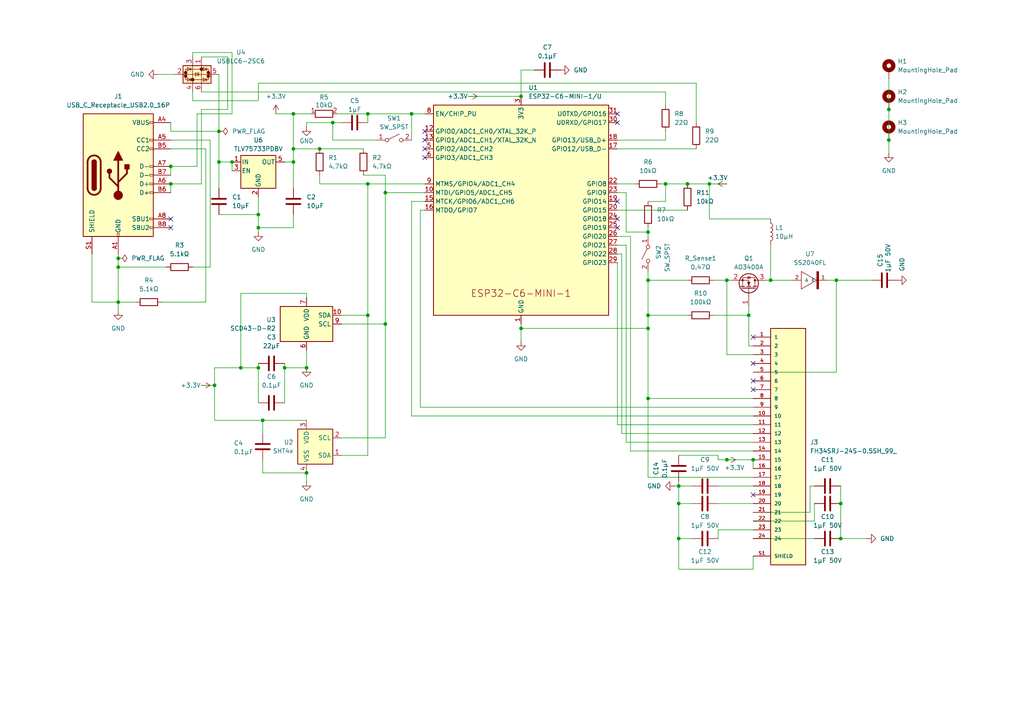
<source format=kicad_sch>
(kicad_sch (version 20250114) (generator "eeschema") (generator_version "9.0")
  (paper "A4")
  (lib_symbols
    (symbol "Connector:USB_C_Receptacle_USB2.0_16P" (pin_names (offset 1.016))
      (property "Reference" "J" (at 0 22.225 0))
      (property "Value" "USB_C_Receptacle_USB2.0_16P" (at 0 19.685 0))
      (symbol "USB_C_Receptacle_USB2.0_16P_1_1"
        (pin passive line (at -7.62 -22.86 90) (length 5.08) (name "SHIELD") (number "S1"))
        (pin passive line (at 0 -22.86 90) (length 5.08) (name "GND") (number "A1"))
        (pin passive line (at 0 -22.86 90) (length 5.08) (hide yes) (name "GND") (number "A12"))
        (pin passive line (at 0 -22.86 90) (length 5.08) (hide yes) (name "GND") (number "B1"))
        (pin passive line (at 0 -22.86 90) (length 5.08) (hide yes) (name "GND") (number "B12"))
        (pin passive line (at 15.24 15.24 180) (length 5.08) (name "VBUS") (number "A4"))
        (pin passive line (at 15.24 15.24 180) (length 5.08) (hide yes) (name "VBUS") (number "A9"))
        (pin passive line (at 15.24 15.24 180) (length 5.08) (hide yes) (name "VBUS") (number "B4"))
        (pin passive line (at 15.24 15.24 180) (length 5.08) (hide yes) (name "VBUS") (number "B9"))
        (pin bidirectional line (at 15.24 10.16 180) (length 5.08) (name "CC1") (number "A5"))
        (pin bidirectional line (at 15.24 7.62 180) (length 5.08) (name "CC2") (number "B5"))
        (pin bidirectional line (at 15.24 2.54 180) (length 5.08) (name "D-") (number "A7"))
        (pin bidirectional line (at 15.24 0 180) (length 5.08) (name "D-") (number "B7"))
        (pin bidirectional line (at 15.24 -2.54 180) (length 5.08) (name "D+") (number "A6"))
        (pin bidirectional line (at 15.24 -5.08 180) (length 5.08) (name "D+") (number "B6"))
        (pin bidirectional line (at 15.24 -12.7 180) (length 5.08) (name "SBU1") (number "A8"))
        (pin bidirectional line (at 15.24 -15.24 180) (length 5.08) (name "SBU2") (number "B8"))
      )
    )
    (symbol "Device:C" (pin_numbers (hide yes)) (pin_names (offset 0.254))
      (property "Reference" "C" (at 0.635 2.54 0))
      (property "Value" "C" (at 0.635 -2.54 0))
      (symbol "C_1_1"
        (pin passive line (at 0 3.81 270) (length 2.794) (name "~") (number "1"))
        (pin passive line (at 0 -3.81 90) (length 2.794) (name "~") (number "2"))
      )
    )
    (symbol "Device:L" (pin_numbers (hide yes)) (pin_names (offset 1.016) (hide yes))
      (property "Reference" "L" (at -1.27 0 90))
      (property "Value" "L" (at 1.905 0 90))
      (symbol "L_1_1"
        (pin passive line (at 0 3.81 270) (length 1.27) (name "1") (number "1"))
        (pin passive line (at 0 -3.81 90) (length 1.27) (name "2") (number "2"))
      )
    )
    (symbol "Device:R" (pin_numbers (hide yes)) (pin_names (offset 0))
      (property "Reference" "R" (at 2.032 0 90))
      (property "Value" "R" (at 0 0 90))
      (symbol "R_1_1"
        (pin passive line (at 0 3.81 270) (length 1.27) (name "~") (number "1"))
        (pin passive line (at 0 -3.81 90) (length 1.27) (name "~") (number "2"))
      )
    )
    (symbol "FH34SRJ-24S-0.5SH_99_:FH34SRJ-24S-0.5SH_99_" (pin_names (offset 1.016))
      (property "Reference" "J" (at -5.08 33.528 0))
      (property "Value" "FH34SRJ-24S-0.5SH_99_" (at -5.08 -38.1 0))
      (symbol "FH34SRJ-24S-0.5SH_99__0_0"
        (pin passive line (at -10.16 30.48 0) (length 5.08) (name "1") (number "1"))
        (pin passive line (at -10.16 27.94 0) (length 5.08) (name "2") (number "2"))
        (pin passive line (at -10.16 25.4 0) (length 5.08) (name "3") (number "3"))
        (pin passive line (at -10.16 22.86 0) (length 5.08) (name "4") (number "4"))
        (pin passive line (at -10.16 20.32 0) (length 5.08) (name "5") (number "5"))
        (pin passive line (at -10.16 17.78 0) (length 5.08) (name "6") (number "6"))
        (pin passive line (at -10.16 15.24 0) (length 5.08) (name "7") (number "7"))
        (pin passive line (at -10.16 12.7 0) (length 5.08) (name "8") (number "8"))
        (pin passive line (at -10.16 10.16 0) (length 5.08) (name "9") (number "9"))
        (pin passive line (at -10.16 7.62 0) (length 5.08) (name "10") (number "10"))
        (pin passive line (at -10.16 5.08 0) (length 5.08) (name "11") (number "11"))
        (pin passive line (at -10.16 2.54 0) (length 5.08) (name "12") (number "12"))
        (pin passive line (at -10.16 0 0) (length 5.08) (name "13") (number "13"))
        (pin passive line (at -10.16 -2.54 0) (length 5.08) (name "14") (number "14"))
        (pin passive line (at -10.16 -5.08 0) (length 5.08) (name "15") (number "15"))
        (pin passive line (at -10.16 -7.62 0) (length 5.08) (name "16") (number "16"))
        (pin passive line (at -10.16 -10.16 0) (length 5.08) (name "17") (number "17"))
        (pin passive line (at -10.16 -12.7 0) (length 5.08) (name "18") (number "18"))
        (pin passive line (at -10.16 -15.24 0) (length 5.08) (name "19") (number "19"))
        (pin passive line (at -10.16 -17.78 0) (length 5.08) (name "20") (number "20"))
        (pin passive line (at -10.16 -20.32 0) (length 5.08) (name "21") (number "21"))
        (pin passive line (at -10.16 -22.86 0) (length 5.08) (name "22") (number "22"))
        (pin passive line (at -10.16 -25.4 0) (length 5.08) (name "23") (number "23"))
        (pin passive line (at -10.16 -27.94 0) (length 5.08) (name "24") (number "24"))
        (pin passive line (at -10.16 -33.02 0) (length 5.08) (name "SHIELD") (number "S1"))
        (pin passive line (at -10.16 -33.02 0) (length 5.08) (hide yes) (name "SHIELD") (number "S2"))
      )
    )
    (symbol "Mechanical:MountingHole_Pad" (pin_numbers (hide yes)) (pin_names (offset 1.016) (hide yes)) (in_bom no)
      (property "Reference" "H" (at 0 6.35 0))
      (property "Value" "MountingHole_Pad" (at 0 4.445 0))
      (symbol "MountingHole_Pad_1_1"
        (pin input line (at 0 -2.54 90) (length 2.54) (name "1") (number "1"))
      )
    )
    (symbol "PCM_Espressif:ESP32-C6-MINI-1/U"
      (property "Reference" "U" (at -25.4 35.56 0))
      (property "Value" "ESP32-C6-MINI-1/U" (at -25.4 33.02 0))
      (symbol "ESP32-C6-MINI-1/U_0_0"
        (text "ESP32-C6-MINI-1" (at 0 -24.13 0) (effects (font (size 2 2))))
      )
      (symbol "ESP32-C6-MINI-1/U_1_1"
        (pin input line (at -27.94 27.94 0) (length 2.54) (name "EN/CHIP_PU") (number "8"))
        (pin bidirectional line (at -27.94 22.86 0) (length 2.54) (name "GPIO0/ADC1_CH0/XTAL_32K_P") (number "12"))
        (pin bidirectional line (at -27.94 20.32 0) (length 2.54) (name "GPIO1/ADC1_CH1/XTAL_32K_N") (number "13"))
        (pin bidirectional line (at -27.94 17.78 0) (length 2.54) (name "GPIO2/ADC1_CH2") (number "5"))
        (pin bidirectional line (at -27.94 15.24 0) (length 2.54) (name "GPIO3/ADC1_CH3") (number "6"))
        (pin bidirectional line (at -27.94 7.62 0) (length 2.54) (name "MTMS/GPIO4/ADC1_CH4") (number "9"))
        (pin bidirectional line (at -27.94 5.08 0) (length 2.54) (name "MTDI/GPIO5/ADC1_CH5") (number "10"))
        (pin bidirectional line (at -27.94 2.54 0) (length 2.54) (name "MTCK/GPIO6/ADC1_CH6") (number "15"))
        (pin bidirectional line (at -27.94 0 0) (length 2.54) (name "MTDO/GPIO7") (number "16"))
        (pin no_connect line (at -25.4 -5.08 0) (length 2.54) (hide yes) (name "NC") (number "4"))
        (pin no_connect line (at -25.4 -7.62 0) (length 2.54) (hide yes) (name "NC") (number "7"))
        (pin no_connect line (at -25.4 -10.16 0) (length 2.54) (hide yes) (name "NC") (number "21"))
        (pin no_connect line (at -25.4 -12.7 0) (length 2.54) (hide yes) (name "NC") (number "32"))
        (pin no_connect line (at -25.4 -15.24 0) (length 2.54) (hide yes) (name "NC") (number "33"))
        (pin no_connect line (at -25.4 -17.78 0) (length 2.54) (hide yes) (name "NC") (number "34"))
        (pin no_connect line (at -25.4 -20.32 0) (length 2.54) (hide yes) (name "NC") (number "35"))
        (pin power_in line (at 0 33.02 270) (length 2.54) (name "3V3") (number "3"))
        (pin power_in line (at 0 -33.02 90) (length 2.54) (name "GND") (number "1"))
        (pin passive line (at 0 -33.02 90) (length 2.54) (hide yes) (name "GND") (number "11"))
        (pin passive line (at 0 -33.02 90) (length 2.54) (hide yes) (name "GND") (number "14"))
        (pin passive line (at 0 -33.02 90) (length 2.54) (hide yes) (name "GND") (number "2"))
        (pin passive line (at 0 -33.02 90) (length 2.54) (hide yes) (name "GND") (number "36"))
        (pin passive line (at 0 -33.02 90) (length 2.54) (hide yes) (name "GND") (number "37"))
        (pin passive line (at 0 -33.02 90) (length 2.54) (hide yes) (name "GND") (number "38"))
        (pin passive line (at 0 -33.02 90) (length 2.54) (hide yes) (name "GND") (number "39"))
        (pin passive line (at 0 -33.02 90) (length 2.54) (hide yes) (name "GND") (number "40"))
        (pin passive line (at 0 -33.02 90) (length 2.54) (hide yes) (name "GND") (number "41"))
        (pin passive line (at 0 -33.02 90) (length 2.54) (hide yes) (name "GND") (number "42"))
        (pin passive line (at 0 -33.02 90) (length 2.54) (hide yes) (name "GND") (number "43"))
        (pin passive line (at 0 -33.02 90) (length 2.54) (hide yes) (name "GND") (number "44"))
        (pin passive line (at 0 -33.02 90) (length 2.54) (hide yes) (name "GND") (number "45"))
        (pin passive line (at 0 -33.02 90) (length 2.54) (hide yes) (name "GND") (number "46"))
        (pin passive line (at 0 -33.02 90) (length 2.54) (hide yes) (name "GND") (number "47"))
        (pin passive line (at 0 -33.02 90) (length 2.54) (hide yes) (name "GND") (number "48"))
        (pin passive line (at 0 -33.02 90) (length 2.54) (hide yes) (name "GND") (number "49"))
        (pin passive line (at 0 -33.02 90) (length 2.54) (hide yes) (name "GND") (number "50"))
        (pin passive line (at 0 -33.02 90) (length 2.54) (hide yes) (name "GND") (number "51"))
        (pin passive line (at 0 -33.02 90) (length 2.54) (hide yes) (name "GND") (number "52"))
        (pin passive line (at 0 -33.02 90) (length 2.54) (hide yes) (name "GND") (number "53"))
        (pin bidirectional line (at 27.94 27.94 180) (length 2.54) (name "U0TXD/GPIO16") (number "31"))
        (pin bidirectional line (at 27.94 25.4 180) (length 2.54) (name "U0RXD/GPIO17") (number "30"))
        (pin bidirectional line (at 27.94 20.32 180) (length 2.54) (name "GPIO13/USB_D+") (number "18"))
        (pin bidirectional line (at 27.94 17.78 180) (length 2.54) (name "GPIO12/USB_D-") (number "17"))
        (pin bidirectional line (at 27.94 7.62 180) (length 2.54) (name "GPIO8") (number "22"))
        (pin bidirectional line (at 27.94 5.08 180) (length 2.54) (name "GPIO9") (number "23"))
        (pin bidirectional line (at 27.94 2.54 180) (length 2.54) (name "GPIO14") (number "19"))
        (pin bidirectional line (at 27.94 0 180) (length 2.54) (name "GPIO15") (number "20"))
        (pin bidirectional line (at 27.94 -2.54 180) (length 2.54) (name "GPIO18") (number "24"))
        (pin bidirectional line (at 27.94 -5.08 180) (length 2.54) (name "GPIO19") (number "25"))
        (pin bidirectional line (at 27.94 -7.62 180) (length 2.54) (name "GPIO20") (number "26"))
        (pin bidirectional line (at 27.94 -10.16 180) (length 2.54) (name "GPIO21") (number "27"))
        (pin bidirectional line (at 27.94 -12.7 180) (length 2.54) (name "GPIO22") (number "28"))
        (pin bidirectional line (at 27.94 -15.24 180) (length 2.54) (name "GPIO23") (number "29"))
      )
    )
    (symbol "Power_Protection:USBLC6-2SC6" (pin_names (hide yes))
      (property "Reference" "U" (at 0.635 5.715 0))
      (property "Value" "USBLC6-2SC6" (at 0.635 3.81 0))
      (symbol "USBLC6-2SC6_1_1"
        (pin passive line (at -5.08 0 0) (length 2.54) (name "I/O1") (number "1"))
        (pin passive line (at -5.08 -2.54 0) (length 2.54) (name "I/O2") (number "3"))
        (pin passive line (at 0 5.08 270) (length 2.54) (name "VBUS") (number "5"))
        (pin passive line (at 0 -7.62 90) (length 2.54) (name "GND") (number "2"))
        (pin passive line (at 5.08 0 180) (length 2.54) (name "I/O1") (number "6"))
        (pin passive line (at 5.08 -2.54 180) (length 2.54) (name "I/O2") (number "4"))
      )
    )
    (symbol "R_1" (pin_names (offset 0))
      (property "Reference" "R" (at 2.032 0 90))
      (property "Value" "R" (at 0 0 90))
      (symbol "R_1_1_1"
        (pin passive line (at 0 3.81 270) (length 1.27) (name "~") (number "1"))
        (pin passive line (at 0 -3.81 90) (length 1.27) (name "~") (number "2"))
      )
    )
    (symbol "Regulator_Linear:TLV75733PDBV" (pin_names (offset 0.254))
      (property "Reference" "U" (at -3.81 5.715 0))
      (property "Value" "TLV75733PDBV" (at 0 5.715 0))
      (symbol "TLV75733PDBV_1_1"
        (pin power_in line (at -7.62 2.54 0) (length 2.54) (name "IN") (number "1"))
        (pin input line (at -7.62 0 0) (length 2.54) (name "EN") (number "3"))
        (pin power_in line (at 0 -7.62 90) (length 2.54) (name "GND") (number "2"))
        (pin no_connect line (at 5.08 0 180) (length 2.54) (hide yes) (name "NC") (number "4"))
        (pin power_out line (at 7.62 2.54 180) (length 2.54) (name "OUT") (number "5"))
      )
    )
    (symbol "SS2040FL:SS2040FL" (pin_names (offset 1.016))
      (property "Reference" "U" (at 5.0858 5.0858 0))
      (property "Value" "SS2040FL" (at -2.5434 -5.0867 0))
      (symbol "SS2040FL_0_0"
        (pin passive line (at -5.08 0 0) (length 2.54) (name "K") (number "1"))
        (pin passive line (at 5.08 0 180) (length 2.54) (name "A") (number "2"))
      )
    )
    (symbol "Sensor_Gas:SCD41-D-R2"
      (property "Reference" "U" (at -7.62 6.35 0))
      (property "Value" "SCD41-D-R2" (at 6.985 6.35 0))
      (symbol "SCD41-D-R2_1_1"
        (pin passive line (at 0 7.62 270) (length 2.54) (hide yes) (name "VDD") (number "19"))
        (pin power_in line (at 0 7.62 270) (length 2.54) (name "VDD") (number "7"))
        (pin passive line (at 0 -7.62 90) (length 2.54) (hide yes) (name "GND") (number "20"))
        (pin passive line (at 0 -7.62 90) (length 2.54) (hide yes) (name "GND") (number "21"))
        (pin power_in line (at 0 -7.62 90) (length 2.54) (name "GND") (number "6"))
        (pin bidirectional line (at 10.16 2.54 180) (length 2.54) (name "SDA") (number "10"))
        (pin input line (at 10.16 0 180) (length 2.54) (name "SCL") (number "9"))
      )
    )
    (symbol "Sensor_Humidity:SHT4x"
      (property "Reference" "U" (at 0 8.89 0))
      (property "Value" "SHT4x" (at 0 6.35 0))
      (symbol "SHT4x_1_1"
        (pin input line (at -7.62 2.54 0) (length 2.54) (name "SCL") (number "2"))
        (pin bidirectional line (at -7.62 -2.54 0) (length 2.54) (name "SDA") (number "1"))
        (pin power_in line (at 2.54 7.62 270) (length 2.54) (name "VDD") (number "3"))
        (pin power_in line (at 2.54 -7.62 90) (length 2.54) (name "VSS") (number "4"))
      )
    )
    (symbol "Switch:SW_SPST" (pin_names (offset 0) (hide yes))
      (property "Reference" "SW" (at 0 3.175 0))
      (property "Value" "SW_SPST" (at 0 -2.54 0))
      (symbol "SW_SPST_1_1"
        (pin passive line (at -5.08 0 0) (length 2.54) (name "A") (number "1"))
        (pin passive line (at 5.08 0 180) (length 2.54) (name "B") (number "2"))
      )
    )
    (symbol "Transistor_FET:AO3400A" (pin_names (offset 0) (hide yes))
      (property "Reference" "Q" (at 5.08 1.905 0))
      (property "Value" "AO3400A" (at 5.08 0 0))
      (symbol "AO3400A_1_1"
        (pin input line (at -5.08 0 0) (length 2.54) (name "G") (number "1"))
        (pin passive line (at 2.54 5.08 270) (length 2.54) (name "D") (number "3"))
        (pin passive line (at 2.54 -5.08 90) (length 2.54) (name "S") (number "2"))
      )
    )
    (symbol "power:+3.3V" (power) (pin_numbers (hide yes)) (pin_names (offset 0) (hide yes))
      (property "Value" "+3.3V" (at 0 3.556 0))
      (symbol "+3.3V_1_1"
        (pin power_in line (at 0 0 90) (length 0) (name "~") (number "1"))
      )
    )
    (symbol "power:GND" (power) (pin_numbers (hide yes)) (pin_names (offset 0) (hide yes))
      (property "Value" "GND" (at 0 -3.81 0))
      (symbol "GND_1_1"
        (pin power_in line (at 0 0 270) (length 0) (name "~") (number "1"))
      )
    )
    (symbol "power:PWR_FLAG" (power) (pin_numbers (hide yes)) (pin_names (offset 0) (hide yes))
      (property "Value" "PWR_FLAG" (at 0 3.81 0))
      (symbol "PWR_FLAG_0_0"
        (pin power_out line (at 0 0 90) (length 0) (name "~") (number "1"))
      )
    )
  )
  (junction (at 34.29 77.47))
  (junction (at 85.09 43.18))
  (junction (at 243.84 146.05))
  (junction (at 187.96 67.31))
  (junction (at 187.96 95.25))
  (junction (at 217.17 91.44))
  (junction (at 92.71 43.18))
  (junction (at 106.68 53.34))
  (junction (at 74.93 106.68))
  (junction (at 82.55 106.68))
  (junction (at 196.85 156.21))
  (junction (at 76.2 121.92))
  (junction (at 106.68 33.02))
  (junction (at 62.23 111.76))
  (junction (at 119.38 33.02))
  (junction (at 257.81 40.64))
  (junction (at 111.76 55.88))
  (junction (at 151.13 27.94))
  (junction (at 96.52 35.56))
  (junction (at 196.85 140.97))
  (junction (at 63.5 38.1))
  (junction (at 223.52 81.28))
  (junction (at 67.31 46.99))
  (junction (at 243.84 156.21))
  (junction (at 85.09 33.02))
  (junction (at 85.09 46.99))
  (junction (at 88.9 106.68))
  (junction (at 49.53 48.26))
  (junction (at 210.82 81.28))
  (junction (at 187.96 91.44))
  (junction (at 205.74 53.34))
  (junction (at 196.85 146.05))
  (junction (at 257.81 31.75))
  (junction (at 187.96 81.28))
  (junction (at 69.85 106.68))
  (junction (at 34.29 87.63))
  (junction (at 242.57 81.28))
  (junction (at 151.13 95.25))
  (junction (at 210.82 133.35))
  (junction (at 106.68 91.44))
  (junction (at 74.93 62.23))
  (junction (at 187.96 115.57))
  (junction (at 34.29 74.93))
  (junction (at 111.76 93.98))
  (junction (at 88.9 137.16))
  (junction (at 199.39 53.34))
  (junction (at 193.04 53.34))
  (junction (at 49.53 53.34))
  (junction (at 63.5 46.99))
  (junction (at 74.93 66.04))
  (junction (at 218.44 133.35))
  (no_connect (at 179.07 66.04))
  (no_connect (at 218.44 110.49))
  (no_connect (at 49.53 66.04))
  (no_connect (at 123.19 43.18))
  (no_connect (at 123.19 45.72))
  (no_connect (at 123.19 38.1))
  (no_connect (at 179.07 33.02))
  (no_connect (at 218.44 143.51))
  (no_connect (at 218.44 113.03))
  (no_connect (at 218.44 97.79))
  (no_connect (at 179.07 63.5))
  (no_connect (at 49.53 63.5))
  (no_connect (at 179.07 58.42))
  (no_connect (at 179.07 35.56))
  (no_connect (at 218.44 105.41))
  (no_connect (at 123.19 40.64))
  (wire (pts (xy 62.23 106.68) (xy 62.23 111.76)))
  (wire (pts (xy 85.09 43.18) (xy 92.71 43.18)))
  (wire (pts (xy 88.9 121.92) (xy 76.2 121.92)))
  (wire (pts (xy 208.28 146.05) (xy 218.44 146.05)))
  (wire (pts (xy 179.07 53.34) (xy 184.15 53.34)))
  (wire (pts (xy 181.61 55.88) (xy 181.61 67.31)))
  (wire (pts (xy 179.07 68.58) (xy 182.88 68.58)))
  (wire (pts (xy 187.96 81.28) (xy 199.39 81.28)))
  (wire (pts (xy 181.61 55.88) (xy 179.07 55.88)))
  (wire (pts (xy 49.53 40.64) (xy 60.96 40.64)))
  (wire (pts (xy 92.71 43.18) (xy 105.41 43.18)))
  (wire (pts (xy 96.52 35.56) (xy 96.52 40.64)))
  (wire (pts (xy 191.77 53.34) (xy 193.04 53.34)))
  (wire (pts (xy 63.5 21.59) (xy 63.5 38.1)))
  (wire (pts (xy 208.28 140.97) (xy 218.44 140.97)))
  (wire (pts (xy 121.92 118.11) (xy 218.44 118.11)))
  (wire (pts (xy 243.84 146.05) (xy 243.84 156.21)))
  (wire (pts (xy 187.96 91.44) (xy 199.39 91.44)))
  (wire (pts (xy 67.31 46.99) (xy 67.31 49.53)))
  (wire (pts (xy 193.04 58.42) (xy 193.04 53.34)))
  (wire (pts (xy 187.96 78.74) (xy 187.96 81.28)))
  (wire (pts (xy 58.42 26.67) (xy 193.04 26.67)))
  (wire (pts (xy 88.9 137.16) (xy 88.9 139.7)))
  (wire (pts (xy 85.09 66.04) (xy 85.09 62.23)))
  (wire (pts (xy 106.68 53.34) (xy 123.19 53.34)))
  (wire (pts (xy 187.96 91.44) (xy 187.96 95.25)))
  (wire (pts (xy 123.19 60.96) (xy 121.92 60.96)))
  (wire (pts (xy 208.28 153.67) (xy 208.28 156.21)))
  (wire (pts (xy 63.5 62.23) (xy 74.93 62.23)))
  (wire (pts (xy 58.42 111.76) (xy 62.23 111.76)))
  (wire (pts (xy 196.85 156.21) (xy 196.85 146.05)))
  (wire (pts (xy 208.28 132.08) (xy 196.85 132.08)))
  (wire (pts (xy 106.68 33.02) (xy 119.38 33.02)))
  (wire (pts (xy 205.74 53.34) (xy 210.82 53.34)))
  (wire (pts (xy 187.96 115.57) (xy 187.96 95.25)))
  (wire (pts (xy 181.61 128.27) (xy 218.44 128.27)))
  (wire (pts (xy 60.96 40.64) (xy 60.96 77.47)))
  (wire (pts (xy 123.19 58.42) (xy 119.38 58.42)))
  (wire (pts (xy 218.44 151.13) (xy 236.22 151.13)))
  (wire (pts (xy 106.68 53.34) (xy 106.68 91.44)))
  (wire (pts (xy 85.09 46.99) (xy 85.09 54.61)))
  (wire (pts (xy 49.53 38.1) (xy 49.53 35.56)))
  (wire (pts (xy 196.85 140.97) (xy 200.66 140.97)))
  (wire (pts (xy 240.03 81.28) (xy 242.57 81.28)))
  (wire (pts (xy 111.76 55.88) (xy 123.19 55.88)))
  (wire (pts (xy 106.68 91.44) (xy 106.68 132.08)))
  (wire (pts (xy 196.85 139.7) (xy 196.85 140.97)))
  (wire (pts (xy 55.88 15.24) (xy 55.88 16.51)))
  (wire (pts (xy 63.5 46.99) (xy 63.5 54.61)))
  (wire (pts (xy 82.55 46.99) (xy 85.09 46.99)))
  (wire (pts (xy 223.52 63.5) (xy 205.74 63.5)))
  (wire (pts (xy 85.09 33.02) (xy 90.17 33.02)))
  (wire (pts (xy 63.5 46.99) (xy 67.31 46.99)))
  (wire (pts (xy 111.76 93.98) (xy 111.76 127)))
  (wire (pts (xy 208.28 153.67) (xy 218.44 153.67)))
  (wire (pts (xy 193.04 38.1) (xy 193.04 40.64)))
  (wire (pts (xy 96.52 40.64) (xy 109.22 40.64)))
  (wire (pts (xy 119.38 58.42) (xy 119.38 120.65)))
  (wire (pts (xy 34.29 90.17) (xy 34.29 87.63)))
  (wire (pts (xy 187.96 68.58) (xy 187.96 67.31)))
  (wire (pts (xy 76.2 121.92) (xy 76.2 125.73)))
  (wire (pts (xy 88.9 86.36) (xy 88.9 85.09)))
  (wire (pts (xy 218.44 156.21) (xy 236.22 156.21)))
  (wire (pts (xy 82.55 106.68) (xy 82.55 116.84)))
  (wire (pts (xy 182.88 68.58) (xy 182.88 130.81)))
  (wire (pts (xy 243.84 140.97) (xy 243.84 146.05)))
  (wire (pts (xy 119.38 33.02) (xy 123.19 33.02)))
  (wire (pts (xy 111.76 93.98) (xy 99.06 93.98)))
  (wire (pts (xy 57.15 48.26) (xy 57.15 33.02)))
  (wire (pts (xy 85.09 33.02) (xy 85.09 43.18)))
  (wire (pts (xy 187.96 81.28) (xy 187.96 91.44)))
  (wire (pts (xy 34.29 77.47) (xy 34.29 87.63)))
  (wire (pts (xy 187.96 58.42) (xy 193.04 58.42)))
  (wire (pts (xy 210.82 81.28) (xy 212.09 81.28)))
  (wire (pts (xy 74.93 67.31) (xy 74.93 66.04)))
  (wire (pts (xy 223.52 71.12) (xy 223.52 81.28)))
  (wire (pts (xy 26.67 87.63) (xy 34.29 87.63)))
  (wire (pts (xy 242.57 107.95) (xy 218.44 107.95)))
  (wire (pts (xy 69.85 85.09) (xy 69.85 106.68)))
  (wire (pts (xy 234.95 148.59) (xy 218.44 148.59)))
  (wire (pts (xy 57.15 33.02) (xy 67.31 33.02)))
  (wire (pts (xy 181.61 71.12) (xy 181.61 128.27)))
  (wire (pts (xy 257.81 40.64) (xy 257.81 44.45)))
  (wire (pts (xy 207.01 91.44) (xy 217.17 91.44)))
  (wire (pts (xy 99.06 127) (xy 111.76 127)))
  (wire (pts (xy 151.13 27.94) (xy 151.13 20.32)))
  (wire (pts (xy 218.44 133.35) (xy 210.82 133.35)))
  (wire (pts (xy 49.53 43.18) (xy 59.69 43.18)))
  (wire (pts (xy 218.44 133.35) (xy 218.44 135.89)))
  (wire (pts (xy 208.28 133.35) (xy 208.28 132.08)))
  (wire (pts (xy 85.09 43.18) (xy 85.09 46.99)))
  (wire (pts (xy 49.53 38.1) (xy 63.5 38.1)))
  (wire (pts (xy 179.07 123.19) (xy 218.44 123.19)))
  (wire (pts (xy 234.95 140.97) (xy 236.22 140.97)))
  (wire (pts (xy 59.69 87.63) (xy 46.99 87.63)))
  (wire (pts (xy 63.5 38.1) (xy 63.5 46.99)))
  (wire (pts (xy 48.26 77.47) (xy 34.29 77.47)))
  (wire (pts (xy 193.04 40.64) (xy 179.07 40.64)))
  (wire (pts (xy 242.57 81.28) (xy 242.57 107.95)))
  (wire (pts (xy 106.68 33.02) (xy 106.68 35.56)))
  (wire (pts (xy 196.85 165.1) (xy 196.85 156.21)))
  (wire (pts (xy 66.04 16.51) (xy 58.42 16.51)))
  (wire (pts (xy 121.92 60.96) (xy 121.92 118.11)))
  (wire (pts (xy 49.53 48.26) (xy 57.15 48.26)))
  (wire (pts (xy 218.44 161.29) (xy 218.44 165.1)))
  (wire (pts (xy 49.53 53.34) (xy 49.53 55.88)))
  (wire (pts (xy 119.38 120.65) (xy 218.44 120.65)))
  (wire (pts (xy 82.55 105.41) (xy 82.55 106.68)))
  (wire (pts (xy 257.81 31.75) (xy 257.81 40.64)))
  (wire (pts (xy 74.93 106.68) (xy 74.93 116.84)))
  (wire (pts (xy 217.17 100.33) (xy 218.44 100.33)))
  (wire (pts (xy 151.13 93.98) (xy 151.13 95.25)))
  (wire (pts (xy 80.01 33.02) (xy 85.09 33.02)))
  (wire (pts (xy 74.93 62.23) (xy 74.93 66.04)))
  (wire (pts (xy 74.93 24.13) (xy 201.93 24.13)))
  (wire (pts (xy 193.04 26.67) (xy 193.04 30.48)))
  (wire (pts (xy 88.9 85.09) (xy 69.85 85.09)))
  (wire (pts (xy 106.68 91.44) (xy 99.06 91.44)))
  (wire (pts (xy 180.34 73.66) (xy 180.34 125.73)))
  (wire (pts (xy 67.31 33.02) (xy 67.31 15.24)))
  (wire (pts (xy 74.93 105.41) (xy 74.93 106.68)))
  (wire (pts (xy 187.96 138.43) (xy 187.96 115.57)))
  (wire (pts (xy 49.53 48.26) (xy 49.53 50.8)))
  (wire (pts (xy 179.07 71.12) (xy 181.61 71.12)))
  (wire (pts (xy 49.53 53.34) (xy 58.42 53.34)))
  (wire (pts (xy 181.61 67.31) (xy 187.96 67.31)))
  (wire (pts (xy 74.93 57.15) (xy 74.93 62.23)))
  (wire (pts (xy 96.52 35.56) (xy 99.06 35.56)))
  (wire (pts (xy 26.67 73.66) (xy 26.67 87.63)))
  (wire (pts (xy 243.84 156.21) (xy 251.46 156.21)))
  (wire (pts (xy 207.01 81.28) (xy 210.82 81.28)))
  (wire (pts (xy 218.44 138.43) (xy 187.96 138.43)))
  (wire (pts (xy 76.2 133.35) (xy 76.2 137.16)))
  (wire (pts (xy 179.07 60.96) (xy 199.39 60.96)))
  (wire (pts (xy 210.82 102.87) (xy 210.82 81.28)))
  (wire (pts (xy 55.88 26.67) (xy 55.88 29.21)))
  (wire (pts (xy 217.17 88.9) (xy 217.17 91.44)))
  (wire (pts (xy 151.13 20.32) (xy 154.94 20.32)))
  (wire (pts (xy 76.2 137.16) (xy 88.9 137.16)))
  (wire (pts (xy 55.88 29.21) (xy 74.93 29.21)))
  (wire (pts (xy 62.23 111.76) (xy 62.23 121.92)))
  (wire (pts (xy 200.66 156.21) (xy 196.85 156.21)))
  (wire (pts (xy 187.96 67.31) (xy 187.96 66.04)))
  (wire (pts (xy 187.96 95.25) (xy 151.13 95.25)))
  (wire (pts (xy 200.66 146.05) (xy 196.85 146.05)))
  (wire (pts (xy 180.34 125.73) (xy 218.44 125.73)))
  (wire (pts (xy 195.58 140.97) (xy 196.85 140.97)))
  (wire (pts (xy 88.9 101.6) (xy 88.9 106.68)))
  (wire (pts (xy 60.96 77.47) (xy 55.88 77.47)))
  (wire (pts (xy 45.72 21.59) (xy 50.8 21.59)))
  (wire (pts (xy 196.85 146.05) (xy 196.85 140.97)))
  (wire (pts (xy 74.93 29.21) (xy 74.93 24.13)))
  (wire (pts (xy 218.44 102.87) (xy 210.82 102.87)))
  (wire (pts (xy 58.42 31.75) (xy 66.04 31.75)))
  (wire (pts (xy 106.68 132.08) (xy 99.06 132.08)))
  (wire (pts (xy 88.9 35.56) (xy 88.9 36.83)))
  (wire (pts (xy 257.81 22.86) (xy 257.81 31.75)))
  (wire (pts (xy 201.93 24.13) (xy 201.93 35.56)))
  (wire (pts (xy 58.42 53.34) (xy 58.42 31.75)))
  (wire (pts (xy 151.13 95.25) (xy 151.13 99.06)))
  (wire (pts (xy 88.9 35.56) (xy 96.52 35.56)))
  (wire (pts (xy 34.29 74.93) (xy 34.29 77.47)))
  (wire (pts (xy 210.82 133.35) (xy 208.28 133.35)))
  (wire (pts (xy 252.73 81.28) (xy 242.57 81.28)))
  (wire (pts (xy 187.96 115.57) (xy 218.44 115.57)))
  (wire (pts (xy 105.41 50.8) (xy 111.76 50.8)))
  (wire (pts (xy 111.76 50.8) (xy 111.76 55.88)))
  (wire (pts (xy 119.38 33.02) (xy 119.38 40.64)))
  (wire (pts (xy 92.71 53.34) (xy 106.68 53.34)))
  (wire (pts (xy 97.79 33.02) (xy 106.68 33.02)))
  (wire (pts (xy 66.04 31.75) (xy 66.04 16.51)))
  (wire (pts (xy 205.74 63.5) (xy 205.74 53.34)))
  (wire (pts (xy 34.29 73.66) (xy 34.29 74.93)))
  (wire (pts (xy 74.93 66.04) (xy 85.09 66.04)))
  (wire (pts (xy 82.55 106.68) (xy 88.9 106.68)))
  (wire (pts (xy 62.23 106.68) (xy 69.85 106.68)))
  (wire (pts (xy 193.04 53.34) (xy 199.39 53.34)))
  (wire (pts (xy 199.39 53.34) (xy 205.74 53.34)))
  (wire (pts (xy 92.71 50.8) (xy 92.71 53.34)))
  (wire (pts (xy 62.23 121.92) (xy 76.2 121.92)))
  (wire (pts (xy 111.76 55.88) (xy 111.76 93.98)))
  (wire (pts (xy 179.07 76.2) (xy 179.07 123.19)))
  (wire (pts (xy 236.22 151.13) (xy 236.22 146.05)))
  (wire (pts (xy 201.93 43.18) (xy 179.07 43.18)))
  (wire (pts (xy 135.89 27.94) (xy 151.13 27.94)))
  (wire (pts (xy 69.85 106.68) (xy 74.93 106.68)))
  (wire (pts (xy 59.69 43.18) (xy 59.69 87.63)))
  (wire (pts (xy 67.31 15.24) (xy 55.88 15.24)))
  (wire (pts (xy 218.44 165.1) (xy 196.85 165.1)))
  (wire (pts (xy 182.88 130.81) (xy 218.44 130.81)))
  (wire (pts (xy 39.37 87.63) (xy 34.29 87.63)))
  (wire (pts (xy 179.07 73.66) (xy 180.34 73.66)))
  (wire (pts (xy 217.17 91.44) (xy 217.17 100.33)))
  (wire (pts (xy 222.25 81.28) (xy 223.52 81.28)))
  (wire (pts (xy 223.52 81.28) (xy 229.87 81.28)))
  (wire (pts (xy 234.95 140.97) (xy 234.95 148.59)))
  (symbol (lib_id "Device:R") (at 203.2 91.44 90) (unit 1)
    (property "Reference" "R10" (at 203.2 85.09 90))
    (property "Value" "100kΩ" (at 203.2 87.63 90))
    (property "Footprint" "Resistor_SMD:R_0603_1608Metric" (effects (hide yes)))
    (property "Description" "Resistor" (effects (hide yes)))
  )
  (symbol (lib_id "Mechanical:MountingHole_Pad") (at 257.81 29.21 0) (unit 1) (in_bom no)
    (property "Reference" "H2" (at 260.35 26.6699 0) (effects (justify left)))
    (property "Value" "MountingHole_Pad" (at 260.35 29.2099 0) (effects (justify left)))
    (property "Footprint" "MountingHole:MountingHole_2.2mm_M2_Pad" (effects (hide yes)))
    (property "Description" "Mounting Hole with connection" (effects (hide yes)))
  )
  (symbol (lib_id "Device:R") (at 187.96 62.23 180) (unit 1)
    (property "Reference" "R7" (at 190.5 60.9599 0) (effects (justify right)))
    (property "Value" "10kΩ" (at 190.5 63.4999 0) (effects (justify right)))
    (property "Footprint" "Resistor_SMD:R_0603_1608Metric" (effects (hide yes)))
    (property "Description" "Resistor" (effects (hide yes)))
  )
  (symbol (lib_id "Device:R") (at 92.71 46.99 0) (unit 1)
    (property "Reference" "R1" (at 95.25 45.7199 0) (effects (justify left)))
    (property "Value" "4.7kΩ" (at 95.25 48.2599 0) (effects (justify left)))
    (property "Footprint" "Resistor_SMD:R_0603_1608Metric" (effects (hide yes)))
    (property "Description" "Resistor" (effects (hide yes)))
  )
  (symbol (lib_id "Switch:SW_SPST") (at 187.96 73.66 90) (mirror x) (unit 1)
    (property "Reference" "SW2" (at 191.008 73.152 0))
    (property "Value" "SW_SPST" (at 193.548 74.676 0))
    (property "Footprint" "Button_Switch_SMD:SW_SPST_SKQG_WithoutStem" (effects (hide yes)))
    (property "Description" "Single Pole Single Throw (SPST) switch" (effects (hide yes)))
  )
  (symbol (lib_id "Device:L") (at 223.52 67.31 0) (unit 1)
    (property "Reference" "L1" (at 224.79 66.0399 0) (effects (justify left)))
    (property "Value" "10µH" (at 224.79 68.5799 0) (effects (justify left)))
    (property "Footprint" "Inductor_SMD:L_Taiyo-Yuden_NR-40xx" (effects (hide yes)))
    (property "Description" "Inductor" (effects (hide yes)))
  )
  (symbol (lib_id "Switch:SW_SPST") (at 114.3 40.64 0) (unit 1)
    (property "Reference" "SW1" (at 114.3 34.29 0))
    (property "Value" "SW_SPST" (at 114.3 36.83 0))
    (property "Footprint" "Button_Switch_SMD:SW_SPST_SKQG_WithoutStem" (effects (hide yes)))
    (property "Description" "Single Pole Single Throw (SPST) switch" (effects (hide yes)))
  )
  (symbol (lib_id "Device:C") (at 76.2 129.54 180) (unit 1)
    (property "Reference" "C4" (at 67.818 128.524 0) (effects (justify right)))
    (property "Value" "0.1µF" (at 67.818 131.064 0) (effects (justify right)))
    (property "Footprint" "Capacitor_SMD:C_0402_1005Metric" (effects (hide yes)))
    (property "Description" "Unpolarized capacitor" (effects (hide yes)))
  )
  (symbol (lib_id "power:GND") (at 195.58 140.97 270) (unit 1)
    (property "Reference" "#PWR015" (effects (hide yes)))
    (property "Value" "GND" (at 191.77 140.9699 90) (effects (justify right)))
    (property "Description" "Power symbol creates a global label with name \"GND\" , ground" (effects (hide yes)))
  )
  (symbol (lib_id "power:GND") (at 74.93 67.31 0) (unit 1)
    (property "Reference" "#PWR03" (effects (hide yes)))
    (property "Value" "GND" (at 74.93 72.39 0))
    (property "Description" "Power symbol creates a global label with name \"GND\" , ground" (effects (hide yes)))
  )
  (symbol (lib_id "Device:R") (at 193.04 34.29 180) (unit 1)
    (property "Reference" "R8" (at 195.58 33.0199 0) (effects (justify right)))
    (property "Value" "22Ω" (at 195.58 35.5599 0) (effects (justify right)))
    (property "Footprint" "Resistor_SMD:R_0603_1608Metric" (effects (hide yes)))
    (property "Description" "Resistor" (effects (hide yes)))
  )
  (symbol (lib_id "power:+3.3V") (at 135.89 27.94 270) (unit 1)
    (property "Reference" "#PWR09" (effects (hide yes)))
    (property "Value" "+3.3V" (at 129.794 27.94 90) (effects (justify left)))
    (property "Description" "Power symbol creates a global label with name \"+3.3V\"" (effects (hide yes)))
  )
  (symbol (lib_id "Device:C") (at 85.09 58.42 0) (unit 1)
    (property "Reference" "C2" (at 88.9 57.1499 0) (effects (justify left)))
    (property "Value" "10µF" (at 88.9 59.6899 0) (effects (justify left)))
    (property "Footprint" "Capacitor_SMD:C_0805_2012Metric" (effects (hide yes)))
    (property "Description" "Unpolarized capacitor" (effects (hide yes)))
  )
  (symbol (lib_id "Device:R") (at 187.96 53.34 90) (unit 1)
    (property "Reference" "R6" (at 187.96 46.99 90))
    (property "Value" "10kΩ" (at 187.96 49.53 90))
    (property "Footprint" "Resistor_SMD:R_0603_1608Metric" (effects (hide yes)))
    (property "Description" "Resistor" (effects (hide yes)))
  )
  (symbol (lib_id "FH34SRJ-24S-0.5SH_99_:FH34SRJ-24S-0.5SH_99_") (at 228.6 128.27 0) (unit 1)
    (property "Reference" "J3" (at 234.95 128.2699 0) (effects (justify left)))
    (property "Value" "FH34SRJ-24S-0.5SH_99_" (at 234.95 130.8099 0) (effects (justify left)))
    (property "Footprint" "FH34SRJ-24S-0.5SH_99_:HRS_FH34SRJ-24S-0.5SH_99_" (effects (hide yes)))
    (property "DigiKey_Part_Number" "H124725CT-ND" (effects (hide yes)))
    (property "SnapEDA_Link" "https://www.snapeda.com/parts/FH34SRJ-24S-0.5SH(99)/Hirose/view-part/?ref=snap" (effects (hide yes)))
    (property "MAXIMUM_PACKAGE_HEIGHT" "1.75mm" (effects (hide yes)))
    (property "Package" "None" (effects (hide yes)))
    (property "Check_prices" "https://www.snapeda.com/parts/FH34SRJ-24S-0.5SH(99)/Hirose/view-part/?ref=eda" (effects (hide yes)))
    (property "STANDARD" "Manufacturer Recommendations" (effects (hide yes)))
    (property "PARTREV" "NA" (effects (hide yes)))
    (property "MF" "Hirose Connector" (effects (hide yes)))
    (property "MP" "FH34SRJ-24S-0.5SH(99)" (effects (hide yes)))
    (property "Description_1" "24 Position FFC, FPC Connector Contacts, Top and Bottom 0.020 (0.50mm) Surface Mount, Right Angle" (effects (hide yes)))
    (property "MANUFACTURER" "HIROSE ELECTRIC" (effects (hide yes)))
  )
  (symbol (lib_id "power:GND") (at 260.35 81.28 90) (unit 1)
    (property "Reference" "#PWR014" (effects (hide yes)))
    (property "Value" "GND" (at 261.6199 78.74 0) (effects (justify left)))
    (property "Description" "Power symbol creates a global label with name \"GND\" , ground" (effects (hide yes)))
  )
  (symbol (lib_id "Device:C") (at 240.03 146.05 270) (unit 1)
    (property "Reference" "C10" (at 240.03 149.86 90))
    (property "Value" "1µF 50V" (at 240.03 152.4 90))
    (property "Footprint" "Capacitor_SMD:C_0603_1608Metric" (effects (hide yes)))
    (property "Description" "Unpolarized capacitor" (effects (hide yes)))
  )
  (symbol (lib_id "Device:C") (at 204.47 146.05 270) (unit 1)
    (property "Reference" "C8" (at 204.47 149.86 90))
    (property "Value" "1µF 50V" (at 204.47 152.4 90))
    (property "Footprint" "Capacitor_SMD:C_0603_1608Metric" (effects (hide yes)))
    (property "Description" "Unpolarized capacitor" (effects (hide yes)))
  )
  (symbol (lib_id "Device:C") (at 240.03 140.97 90) (unit 1)
    (property "Reference" "C11" (at 240.03 133.35 90))
    (property "Value" "1µF 50V" (at 240.03 135.89 90))
    (property "Footprint" "Capacitor_SMD:C_0603_1608Metric" (effects (hide yes)))
    (property "Description" "Unpolarized capacitor" (effects (hide yes)))
  )
  (symbol (lib_id "Regulator_Linear:TLV75733PDBV") (at 74.93 49.53 0) (unit 1)
    (property "Reference" "U6" (at 74.93 40.64 0))
    (property "Value" "TLV75733PDBV" (at 74.93 43.18 0))
    (property "Footprint" "Package_TO_SOT_SMD:SOT-23-5" (effects (hide yes)))
    (property "Datasheet" "https://www.ti.com/lit/ds/symlink/tlv757p.pdf" (effects (hide yes)))
    (property "Description" "1A Low IQ Small Size Low Dropout Voltage Regulator, Fixed Output 3.3V, SOT-23-5" (effects (hide yes)))
  )
  (symbol (lib_name "R_1") (lib_id "Device:R") (at 93.98 33.02 90) (unit 1)
    (property "Reference" "R5" (at 93.98 28.194 90))
    (property "Value" "10kΩ" (at 93.98 30.48 90))
    (property "Footprint" "Resistor_SMD:R_0603_1608Metric" (effects (hide yes)))
    (property "Description" "Resistor" (effects (hide yes)))
  )
  (symbol (lib_id "Device:C") (at 102.87 35.56 90) (unit 1)
    (property "Reference" "C5" (at 102.87 29.21 90))
    (property "Value" "1µF" (at 102.87 31.75 90))
    (property "Footprint" "Capacitor_SMD:C_0402_1005Metric" (effects (hide yes)))
    (property "Description" "Unpolarized capacitor" (effects (hide yes)))
  )
  (symbol (lib_id "Device:C") (at 78.74 116.84 90) (unit 1)
    (property "Reference" "C6" (at 78.74 109.22 90))
    (property "Value" "0.1µF" (at 78.74 111.76 90))
    (property "Footprint" "Capacitor_SMD:C_0402_1005Metric" (effects (hide yes)))
    (property "Description" "Unpolarized capacitor" (effects (hide yes)))
  )
  (symbol (lib_id "power:GND") (at 45.72 21.59 270) (unit 1)
    (property "Reference" "#PWR012" (effects (hide yes)))
    (property "Value" "GND" (at 41.91 21.5899 90) (effects (justify right)))
    (property "Description" "Power symbol creates a global label with name \"GND\" , ground" (effects (hide yes)))
  )
  (symbol (lib_id "Device:R") (at 199.39 57.15 180) (unit 1)
    (property "Reference" "R11" (at 201.93 55.8799 0) (effects (justify right)))
    (property "Value" "10kΩ" (at 201.93 58.4199 0) (effects (justify right)))
    (property "Footprint" "Resistor_SMD:R_0603_1608Metric" (effects (hide yes)))
    (property "Description" "Resistor" (effects (hide yes)))
  )
  (symbol (lib_id "PCM_Espressif:ESP32-C6-MINI-1/U") (at 151.13 60.96 0) (unit 1)
    (property "Reference" "U1" (at 153.2733 25.4 0) (effects (justify left)))
    (property "Value" "ESP32-C6-MINI-1/U" (at 153.2733 27.94 0) (effects (justify left)))
    (property "Footprint" "PCM_Espressif:ESP32-C6-MINI-1" (effects (hide yes)))
    (property "Datasheet" "https://www.espressif.com/sites/default/files/documentation/esp32-c6-mini-1_datasheet_en.pdf" (effects (hide yes)))
    (property "Description" "ESP32-C6-MINI-1 is a module that supports 2.4 GHz Wi-Fi 6 (802.11 ax), Bluetooth® 5 (LE), Zigbee and Thread (802.15.4)" (effects (hide yes)))
  )
  (symbol (lib_id "Device:C") (at 256.54 81.28 270) (unit 1)
    (property "Reference" "C15" (at 255.2699 77.47 0) (effects (justify right)))
    (property "Value" "1µF 50V" (at 257.556 78.994 0) (effects (justify right)))
    (property "Footprint" "Capacitor_SMD:C_0603_1608Metric" (effects (hide yes)))
    (property "Description" "Unpolarized capacitor" (effects (hide yes)))
  )
  (symbol (lib_id "Device:R") (at 201.93 39.37 180) (unit 1)
    (property "Reference" "R9" (at 204.47 38.0999 0) (effects (justify right)))
    (property "Value" "22Ω" (at 204.47 40.6399 0) (effects (justify right)))
    (property "Footprint" "Resistor_SMD:R_0603_1608Metric" (effects (hide yes)))
    (property "Description" "Resistor" (effects (hide yes)))
  )
  (symbol (lib_id "Device:R") (at 52.07 77.47 90) (unit 1)
    (property "Reference" "R3" (at 52.07 71.12 90))
    (property "Value" "5.1kΩ" (at 52.07 73.66 90))
    (property "Footprint" "Resistor_SMD:R_0603_1608Metric" (effects (hide yes)))
    (property "Description" "Resistor" (effects (hide yes)))
  )
  (symbol (lib_id "power:GND") (at 151.13 99.06 0) (unit 1)
    (property "Reference" "#PWR06" (effects (hide yes)))
    (property "Value" "GND" (at 151.13 104.14 0))
    (property "Description" "Power symbol creates a global label with name \"GND\" , ground" (effects (hide yes)))
  )
  (symbol (lib_id "Device:C") (at 240.03 156.21 270) (unit 1)
    (property "Reference" "C13" (at 240.03 160.02 90))
    (property "Value" "1µF 50V" (at 240.03 162.56 90))
    (property "Footprint" "Capacitor_SMD:C_0603_1608Metric" (effects (hide yes)))
    (property "Description" "Unpolarized capacitor" (effects (hide yes)))
  )
  (symbol (lib_id "Device:R") (at 43.18 87.63 90) (unit 1)
    (property "Reference" "R4" (at 43.18 81.28 90))
    (property "Value" "5.1kΩ" (at 43.18 83.82 90))
    (property "Footprint" "Resistor_SMD:R_0603_1608Metric" (effects (hide yes)))
    (property "Description" "Resistor" (effects (hide yes)))
  )
  (symbol (lib_id "Mechanical:MountingHole_Pad") (at 257.81 38.1 0) (unit 1) (in_bom no)
    (property "Reference" "H3" (at 260.35 35.5599 0) (effects (justify left)))
    (property "Value" "MountingHole_Pad" (at 260.35 38.0999 0) (effects (justify left)))
    (property "Footprint" "MountingHole:MountingHole_2.2mm_M2_Pad" (effects (hide yes)))
    (property "Description" "Mounting Hole with connection" (effects (hide yes)))
  )
  (symbol (lib_id "Device:C") (at 196.85 135.89 180) (unit 1)
    (property "Reference" "C14" (at 190.246 135.89 90))
    (property "Value" "0.1µF" (at 192.786 135.89 90))
    (property "Footprint" "Capacitor_SMD:C_0402_1005Metric" (effects (hide yes)))
    (property "Description" "Unpolarized capacitor" (effects (hide yes)))
  )
  (symbol (lib_id "SS2040FL:SS2040FL") (at 234.95 81.28 180) (unit 1)
    (property "Reference" "U7" (at 234.937 73.66 0))
    (property "Value" "SS2040FL" (at 234.937 76.2 0))
    (property "Footprint" "Diode_SMD:D_SOD-123F" (effects (hide yes)))
    (property "MF" "Panjit" (effects (hide yes)))
    (property "Description_1" "Schottky Diodes & Rectifiers GP/TR/13/RoHS/10K/SOD-123FL/SKY/SOD/SSM-20AAFL/SSM20FL-QI02/PJ///" (effects (hide yes)))
    (property "Package" "None" (effects (hide yes)))
    (property "Price" "None" (effects (hide yes)))
    (property "SnapEDA_Link" "https://www.snapeda.com/parts/SS2040FL/Panjit/view-part/?ref=snap" (effects (hide yes)))
    (property "MP" "SS2040FL" (effects (hide yes)))
    (property "Availability" "In Stock" (effects (hide yes)))
    (property "Check_prices" "https://www.snapeda.com/parts/SS2040FL/Panjit/view-part/?ref=eda" (effects (hide yes)))
  )
  (symbol (lib_id "Sensor_Gas:SCD41-D-R2") (at 88.9 93.98 0) (unit 1)
    (property "Reference" "U3" (at 80.01 92.7099 0) (effects (justify right)))
    (property "Value" "SCD43-D-R2" (at 80.01 95.2499 0) (effects (justify right)))
    (property "Footprint" "Sensor:Sensirion_SCD4x-1EP_10.1x10.1mm_P1.25mm_EP4.8x4.8mm" (effects (hide yes)))
    (property "Datasheet" "https://sensirion.com/media/documents/E0F04247/631EF271/CD_DS_SCD40_SCD41_Datasheet_D1.pdf" (effects (hide yes)))
    (property "Description" "Photoacoustic CO2 sensor, 40 000 ppm, I2C, 2.4-5.5 V, High accuracy  400 - 5000 ppm" (effects (hide yes)))
  )
  (symbol (lib_id "power:GND") (at 88.9 36.83 0) (unit 1)
    (property "Reference" "#PWR05" (effects (hide yes)))
    (property "Value" "GND" (at 88.9 40.894 0))
    (property "Description" "Power symbol creates a global label with name \"GND\" , ground" (effects (hide yes)))
  )
  (symbol (lib_id "Sensor_Humidity:SHT4x") (at 91.44 129.54 0) (mirror y) (unit 1)
    (property "Reference" "U2" (at 85.09 128.2699 0) (effects (justify left)))
    (property "Value" "SHT4x" (at 85.09 130.8099 0) (effects (justify left)))
    (property "Footprint" "Sensor_Humidity:Sensirion_DFN-4_1.5x1.5mm_P0.8mm_SHT4x_NoCentralPad" (effects (hide yes)))
    (property "Datasheet" "https://sensirion.com/media/documents/33FD6951/624C4357/Datasheet_SHT4x.pdf" (effects (hide yes)))
    (property "Description" "Digital Humidity and Temperature Sensor, ±1%RH, ±0.1°C, I2C, 1.08-3.6V, 16bit, DFN-4" (effects (hide yes)))
  )
  (symbol (lib_id "power:+3.3V") (at 210.82 133.35 270) (unit 1)
    (property "Reference" "#PWR07" (effects (hide yes)))
    (property "Value" "+3.3V" (at 210.058 135.636 90) (effects (justify left)))
    (property "Description" "Power symbol creates a global label with name \"+3.3V\"" (effects (hide yes)))
  )
  (symbol (lib_id "Device:C") (at 158.75 20.32 90) (unit 1)
    (property "Reference" "C7" (at 158.75 13.716 90))
    (property "Value" "0.1µF" (at 158.75 16.256 90))
    (property "Footprint" "Capacitor_SMD:C_0402_1005Metric" (effects (hide yes)))
    (property "Description" "Unpolarized capacitor" (effects (hide yes)))
  )
  (symbol (lib_id "power:GND") (at 88.9 106.68 0) (unit 1)
    (property "Reference" "#PWR04" (effects (hide yes)))
    (property "Value" "GND" (at 88.9 111.76 0))
    (property "Description" "Power symbol creates a global label with name \"GND\" , ground" (effects (hide yes)))
  )
  (symbol (lib_id "Device:C") (at 63.5 58.42 0) (unit 1)
    (property "Reference" "C1" (at 67.31 57.1499 0) (effects (justify left)))
    (property "Value" "10µF" (at 67.31 59.6899 0) (effects (justify left)))
    (property "Footprint" "Capacitor_SMD:C_0805_2012Metric" (effects (hide yes)))
    (property "Description" "Unpolarized capacitor" (effects (hide yes)))
  )
  (symbol (lib_id "Power_Protection:USBLC6-2SC6") (at 58.42 21.59 270) (unit 1)
    (property "Reference" "U4" (at 69.85 15.1698 90))
    (property "Value" "USBLC6-2SC6" (at 69.85 17.7098 90))
    (property "Footprint" "Package_TO_SOT_SMD:SOT-23-6" (effects (hide yes)))
    (property "Datasheet" "https://www.st.com/resource/en/datasheet/usblc6-2.pdf" (effects (hide yes)))
    (property "Description" "Very low capacitance ESD protection diode, 2 data-line, SOT-23-6" (effects (hide yes)))
  )
  (symbol (lib_id "Device:R") (at 105.41 46.99 0) (unit 1)
    (property "Reference" "R2" (at 107.95 45.7199 0) (effects (justify left)))
    (property "Value" "4.7kΩ" (at 107.95 48.2599 0) (effects (justify left)))
    (property "Footprint" "Resistor_SMD:R_0603_1608Metric" (effects (hide yes)))
    (property "Description" "Resistor" (effects (hide yes)))
  )
  (symbol (lib_id "power:PWR_FLAG") (at 63.5 38.1 270) (unit 1)
    (property "Reference" "#FLG01" (effects (hide yes)))
    (property "Value" "PWR_FLAG" (at 67.31 38.0999 90) (effects (justify left)))
    (property "Description" "Special symbol for telling ERC where power comes from" (effects (hide yes)))
  )
  (symbol (lib_id "Device:C") (at 78.74 105.41 90) (unit 1)
    (property "Reference" "C3" (at 78.74 97.79 90))
    (property "Value" "22µF" (at 78.74 100.33 90))
    (property "Footprint" "Capacitor_SMD:C_0805_2012Metric" (effects (hide yes)))
    (property "Description" "Unpolarized capacitor" (effects (hide yes)))
  )
  (symbol (lib_id "power:PWR_FLAG") (at 34.29 74.93 270) (unit 1)
    (property "Reference" "#FLG02" (effects (hide yes)))
    (property "Value" "PWR_FLAG" (at 38.1 74.9299 90) (effects (justify left)))
    (property "Description" "Special symbol for telling ERC where power comes from" (effects (hide yes)))
  )
  (symbol (lib_id "power:+3.3V") (at 80.01 33.02 0) (unit 1)
    (property "Reference" "#PWR01" (effects (hide yes)))
    (property "Value" "+3.3V" (at 80.01 27.94 0))
    (property "Description" "Power symbol creates a global label with name \"+3.3V\"" (effects (hide yes)))
  )
  (symbol (lib_id "Device:R") (at 203.2 81.28 90) (unit 1)
    (property "Reference" "R_Sense1" (at 203.2 74.93 90))
    (property "Value" "0.47Ω" (at 203.2 77.47 90))
    (property "Footprint" "Resistor_SMD:R_1206_3216Metric" (effects (hide yes)))
    (property "Description" "Resistor" (effects (hide yes)))
  )
  (symbol (lib_id "power:+3.3V") (at 210.82 53.34 90) (unit 1)
    (property "Reference" "#PWR010" (effects (hide yes)))
    (property "Value" "+3.3V" (at 211.074 51.562 90) (effects (justify left)))
    (property "Description" "Power symbol creates a global label with name \"+3.3V\"" (effects (hide yes)))
  )
  (symbol (lib_id "power:GND") (at 34.29 90.17 0) (unit 1)
    (property "Reference" "#PWR02" (effects (hide yes)))
    (property "Value" "GND" (at 34.29 95.25 0))
    (property "Description" "Power symbol creates a global label with name \"GND\" , ground" (effects (hide yes)))
  )
  (symbol (lib_id "Connector:USB_C_Receptacle_USB2.0_16P") (at 34.29 50.8 0) (unit 1)
    (property "Reference" "J1" (at 34.29 27.94 0))
    (property "Value" "USB_C_Receptacle_USB2.0_16P" (at 34.29 30.48 0))
    (property "Footprint" "Connector_USB:USB_C_Receptacle_GCT_USB4105-xx-A_16P_TopMnt_Horizontal" (effects (hide yes)))
    (property "Datasheet" "https://www.usb.org/sites/default/files/documents/usb_type-c.zip" (effects (hide yes)))
    (property "Description" "USB 2.0-only 16P Type-C Receptacle connector" (effects (hide yes)))
  )
  (symbol (lib_id "Device:C") (at 204.47 140.97 90) (unit 1)
    (property "Reference" "C9" (at 204.47 133.35 90))
    (property "Value" "1µF 50V" (at 204.47 135.89 90))
    (property "Footprint" "Capacitor_SMD:C_0603_1608Metric" (effects (hide yes)))
    (property "Description" "Unpolarized capacitor" (effects (hide yes)))
  )
  (symbol (lib_id "power:+3.3V") (at 58.42 111.76 270) (unit 1)
    (property "Reference" "#PWR011" (effects (hide yes)))
    (property "Value" "+3.3V" (at 52.324 111.76 90) (effects (justify left)))
    (property "Description" "Power symbol creates a global label with name \"+3.3V\"" (effects (hide yes)))
  )
  (symbol (lib_id "power:GND") (at 257.81 44.45 0) (unit 1)
    (property "Reference" "#PWR017" (effects (hide yes)))
    (property "Value" "GND" (at 257.81 49.53 0))
    (property "Description" "Power symbol creates a global label with name \"GND\" , ground" (effects (hide yes)))
  )
  (symbol (lib_id "Transistor_FET:AO3400A") (at 217.17 83.82 270) (mirror x) (unit 1)
    (property "Reference" "Q1" (at 217.17 74.93 90))
    (property "Value" "AO3400A" (at 217.17 77.47 90))
    (property "Footprint" "Package_TO_SOT_SMD:SOT-23" (effects (hide yes)))
    (property "Datasheet" "http://www.aosmd.com/pdfs/datasheet/AO3400A.pdf" (effects (hide yes)))
    (property "Description" "30V Vds, 5.7A Id, N-Channel MOSFET, SOT-23" (effects (hide yes)))
  )
  (symbol (lib_id "Mechanical:MountingHole_Pad") (at 257.81 20.32 0) (unit 1) (in_bom no)
    (property "Reference" "H1" (at 260.35 17.7799 0) (effects (justify left)))
    (property "Value" "MountingHole_Pad" (at 260.35 20.3199 0) (effects (justify left)))
    (property "Footprint" "MountingHole:MountingHole_2.2mm_M2_Pad" (effects (hide yes)))
    (property "Description" "Mounting Hole with connection" (effects (hide yes)))
  )
  (symbol (lib_id "power:GND") (at 88.9 139.7 0) (unit 1)
    (property "Reference" "#PWR08" (effects (hide yes)))
    (property "Value" "GND" (at 88.9 144.78 0))
    (property "Description" "Power symbol creates a global label with name \"GND\" , ground" (effects (hide yes)))
  )
  (symbol (lib_id "power:GND") (at 251.46 156.21 90) (unit 1)
    (property "Reference" "#PWR016" (effects (hide yes)))
    (property "Value" "GND" (at 255.27 156.2099 90) (effects (justify right)))
    (property "Description" "Power symbol creates a global label with name \"GND\" , ground" (effects (hide yes)))
  )
  (symbol (lib_id "Device:C") (at 204.47 156.21 270) (unit 1)
    (property "Reference" "C12" (at 204.47 160.02 90))
    (property "Value" "1µF 50V" (at 204.47 162.56 90))
    (property "Footprint" "Capacitor_SMD:C_0603_1608Metric" (effects (hide yes)))
    (property "Description" "Unpolarized capacitor" (effects (hide yes)))
  )
  (symbol (lib_id "power:GND") (at 162.56 20.32 90) (unit 1)
    (property "Reference" "#PWR013" (effects (hide yes)))
    (property "Value" "GND" (at 166.37 20.3199 90) (effects (justify right)))
    (property "Description" "Power symbol creates a global label with name \"GND\" , ground" (effects (hide yes)))
  )
)
</source>
